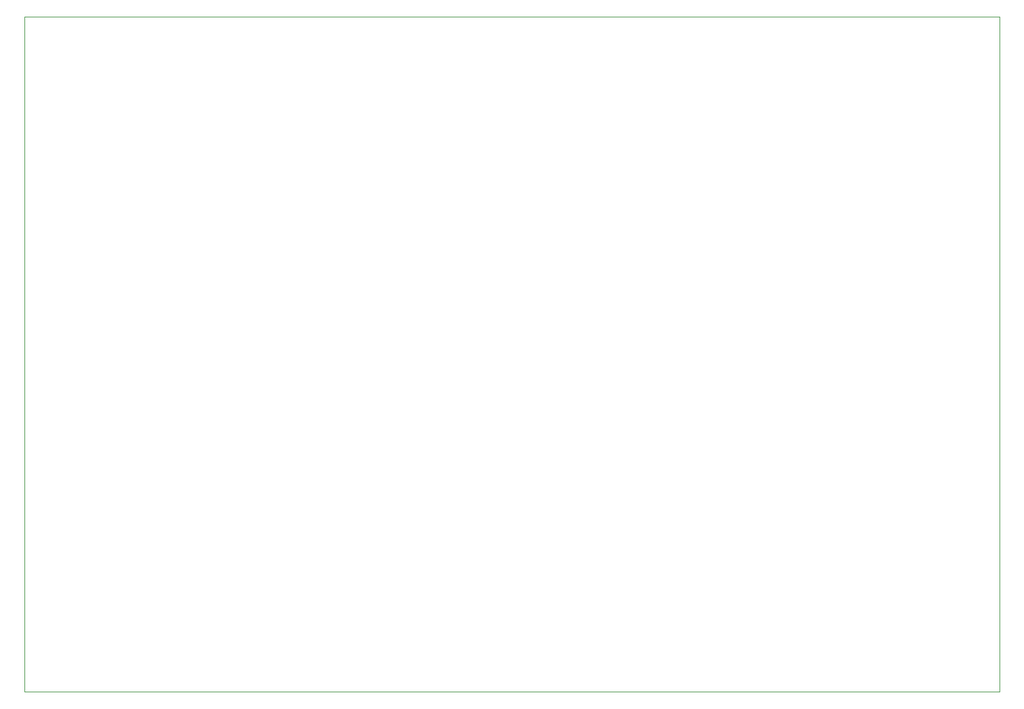
<source format=gbr>
G04 #@! TF.GenerationSoftware,KiCad,Pcbnew,5.1.9-73d0e3b20d~88~ubuntu20.04.1*
G04 #@! TF.CreationDate,2021-02-07T22:25:47+01:00*
G04 #@! TF.ProjectId,dtZ80,64745a38-302e-46b6-9963-61645f706362,1*
G04 #@! TF.SameCoordinates,PX60e4b00PY6bcb370*
G04 #@! TF.FileFunction,Legend,Bot*
G04 #@! TF.FilePolarity,Positive*
%FSLAX46Y46*%
G04 Gerber Fmt 4.6, Leading zero omitted, Abs format (unit mm)*
G04 Created by KiCad (PCBNEW 5.1.9-73d0e3b20d~88~ubuntu20.04.1) date 2021-02-07 22:25:47*
%MOMM*%
%LPD*%
G01*
G04 APERTURE LIST*
G04 #@! TA.AperFunction,Profile*
%ADD10C,0.050000*%
G04 #@! TD*
G04 APERTURE END LIST*
D10*
X-11430000Y0D02*
X-139700000Y0D01*
X-11430000Y88900000D02*
X-11430000Y0D01*
X-139700000Y88900000D02*
X-139700000Y0D01*
X-11430000Y88900000D02*
X-139700000Y88900000D01*
M02*

</source>
